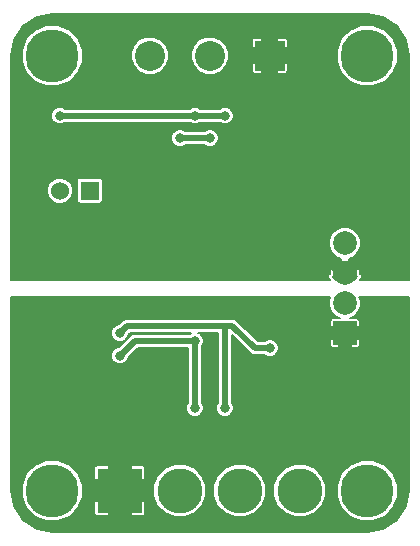
<source format=gbl>
G04 (created by PCBNEW (2013-may-18)-stable) date Tue 02 Jun 2015 08:22:16 PM CEST*
%MOIN*%
G04 Gerber Fmt 3.4, Leading zero omitted, Abs format*
%FSLAX34Y34*%
G01*
G70*
G90*
G04 APERTURE LIST*
%ADD10C,0.00590551*%
%ADD11R,0.06X0.06*%
%ADD12C,0.06*%
%ADD13C,0.15*%
%ADD14R,0.15X0.15*%
%ADD15R,0.1X0.1*%
%ADD16C,0.1*%
%ADD17C,0.177165*%
%ADD18R,0.0787402X0.0787402*%
%ADD19C,0.0787402*%
%ADD20C,0.0314961*%
%ADD21C,0.019685*%
%ADD22C,0.00669291*%
G04 APERTURE END LIST*
G54D10*
G54D11*
X12000Y-17500D03*
G54D12*
X11000Y-17500D03*
G54D13*
X15000Y-27500D03*
X17000Y-27500D03*
G54D14*
X13000Y-27500D03*
G54D13*
X19000Y-27500D03*
G54D15*
X18000Y-13000D03*
G54D16*
X16000Y-13000D03*
X14000Y-13000D03*
G54D17*
X21250Y-27500D03*
X10750Y-27500D03*
X21250Y-13000D03*
X10750Y-13000D03*
G54D18*
X20500Y-22250D03*
G54D19*
X20500Y-21250D03*
X20500Y-20250D03*
X20500Y-19250D03*
G54D20*
X11000Y-15000D03*
X15500Y-15000D03*
X16500Y-15000D03*
X16000Y-15750D03*
X15000Y-15750D03*
X18000Y-22750D03*
X13000Y-22250D03*
X16500Y-24750D03*
X13000Y-23000D03*
X15500Y-22500D03*
X15500Y-24750D03*
G54D21*
X15500Y-15000D02*
X11000Y-15000D01*
X16500Y-15000D02*
X15500Y-15000D01*
X15000Y-15750D02*
X16000Y-15750D01*
X16750Y-22000D02*
X17500Y-22750D01*
X16500Y-22000D02*
X16750Y-22000D01*
X18000Y-22750D02*
X17500Y-22750D01*
X13250Y-22000D02*
X16500Y-22000D01*
X13000Y-22250D02*
X13250Y-22000D01*
X16500Y-22000D02*
X16500Y-24750D01*
X13500Y-22500D02*
X13000Y-23000D01*
X15500Y-22500D02*
X13500Y-22500D01*
X15500Y-22500D02*
X15500Y-24750D01*
X15500Y-24750D02*
X15500Y-24750D01*
G54D10*
G36*
X22629Y-20466D02*
X22269Y-20466D01*
X22269Y-12798D01*
X22114Y-12423D01*
X21828Y-12136D01*
X21453Y-11980D01*
X21048Y-11980D01*
X20673Y-12135D01*
X20386Y-12421D01*
X20230Y-12796D01*
X20230Y-13201D01*
X20385Y-13576D01*
X20671Y-13863D01*
X21046Y-14019D01*
X21451Y-14019D01*
X21826Y-13864D01*
X22113Y-13578D01*
X22269Y-13203D01*
X22269Y-12798D01*
X22269Y-20466D01*
X21027Y-20466D01*
X20996Y-20466D01*
X20994Y-20466D01*
X20996Y-20464D01*
X21027Y-20434D01*
X21110Y-20351D01*
X21027Y-20267D01*
X21027Y-19145D01*
X20947Y-18951D01*
X20799Y-18803D01*
X20605Y-18722D01*
X20395Y-18722D01*
X20201Y-18802D01*
X20053Y-18950D01*
X19972Y-19144D01*
X19972Y-19354D01*
X20052Y-19548D01*
X20200Y-19696D01*
X20374Y-19768D01*
X20330Y-19802D01*
X20500Y-19971D01*
X20669Y-19802D01*
X20625Y-19768D01*
X20798Y-19697D01*
X20946Y-19549D01*
X21027Y-19355D01*
X21027Y-19145D01*
X21027Y-20267D01*
X21015Y-20255D01*
X20996Y-20273D01*
X20993Y-20277D01*
X20996Y-20166D01*
X20990Y-20136D01*
X20947Y-20080D01*
X20778Y-20250D01*
X20899Y-20371D01*
X20804Y-20466D01*
X20221Y-20466D01*
X20195Y-20466D01*
X20100Y-20371D01*
X20221Y-20250D01*
X20052Y-20080D01*
X20009Y-20136D01*
X20004Y-20275D01*
X19984Y-20255D01*
X19889Y-20351D01*
X20005Y-20466D01*
X18600Y-20466D01*
X18600Y-13480D01*
X18600Y-12519D01*
X18600Y-12479D01*
X18585Y-12443D01*
X18556Y-12414D01*
X18519Y-12399D01*
X18275Y-12399D01*
X18250Y-12424D01*
X18250Y-12750D01*
X18575Y-12750D01*
X18600Y-12724D01*
X18600Y-12519D01*
X18600Y-13480D01*
X18600Y-13275D01*
X18575Y-13250D01*
X18250Y-13250D01*
X18250Y-13575D01*
X18275Y-13600D01*
X18519Y-13600D01*
X18556Y-13585D01*
X18585Y-13556D01*
X18600Y-13520D01*
X18600Y-13480D01*
X18600Y-20466D01*
X17750Y-20466D01*
X17750Y-13575D01*
X17750Y-13250D01*
X17750Y-12750D01*
X17750Y-12424D01*
X17724Y-12399D01*
X17480Y-12399D01*
X17443Y-12414D01*
X17414Y-12443D01*
X17399Y-12479D01*
X17399Y-12519D01*
X17399Y-12724D01*
X17424Y-12750D01*
X17750Y-12750D01*
X17750Y-13250D01*
X17424Y-13250D01*
X17399Y-13275D01*
X17399Y-13480D01*
X17399Y-13520D01*
X17414Y-13556D01*
X17443Y-13585D01*
X17480Y-13600D01*
X17724Y-13600D01*
X17750Y-13575D01*
X17750Y-20466D01*
X16790Y-20466D01*
X16790Y-14942D01*
X16746Y-14835D01*
X16665Y-14753D01*
X16633Y-14740D01*
X16633Y-12874D01*
X16537Y-12641D01*
X16359Y-12463D01*
X16126Y-12366D01*
X15874Y-12366D01*
X15641Y-12462D01*
X15463Y-12640D01*
X15366Y-12873D01*
X15366Y-13125D01*
X15462Y-13358D01*
X15640Y-13536D01*
X15873Y-13633D01*
X16125Y-13633D01*
X16358Y-13537D01*
X16536Y-13359D01*
X16633Y-13126D01*
X16633Y-12874D01*
X16633Y-14740D01*
X16558Y-14709D01*
X16442Y-14709D01*
X16335Y-14753D01*
X16320Y-14768D01*
X15679Y-14768D01*
X15665Y-14753D01*
X15558Y-14709D01*
X15442Y-14709D01*
X15335Y-14753D01*
X15320Y-14768D01*
X14633Y-14768D01*
X14633Y-12874D01*
X14537Y-12641D01*
X14359Y-12463D01*
X14126Y-12366D01*
X13874Y-12366D01*
X13641Y-12462D01*
X13463Y-12640D01*
X13366Y-12873D01*
X13366Y-13125D01*
X13462Y-13358D01*
X13640Y-13536D01*
X13873Y-13633D01*
X14125Y-13633D01*
X14358Y-13537D01*
X14536Y-13359D01*
X14633Y-13126D01*
X14633Y-12874D01*
X14633Y-14768D01*
X11769Y-14768D01*
X11769Y-12798D01*
X11614Y-12423D01*
X11328Y-12136D01*
X10953Y-11980D01*
X10548Y-11980D01*
X10173Y-12135D01*
X9886Y-12421D01*
X9730Y-12796D01*
X9730Y-13201D01*
X9885Y-13576D01*
X10171Y-13863D01*
X10546Y-14019D01*
X10951Y-14019D01*
X11326Y-13864D01*
X11613Y-13578D01*
X11769Y-13203D01*
X11769Y-12798D01*
X11769Y-14768D01*
X11179Y-14768D01*
X11165Y-14753D01*
X11058Y-14709D01*
X10942Y-14709D01*
X10835Y-14753D01*
X10753Y-14834D01*
X10709Y-14941D01*
X10709Y-15057D01*
X10753Y-15164D01*
X10834Y-15246D01*
X10941Y-15290D01*
X11057Y-15290D01*
X11164Y-15246D01*
X11179Y-15231D01*
X15320Y-15231D01*
X15334Y-15246D01*
X15441Y-15290D01*
X15557Y-15290D01*
X15664Y-15246D01*
X15679Y-15231D01*
X16320Y-15231D01*
X16334Y-15246D01*
X16441Y-15290D01*
X16557Y-15290D01*
X16664Y-15246D01*
X16746Y-15165D01*
X16790Y-15058D01*
X16790Y-14942D01*
X16790Y-20466D01*
X16290Y-20466D01*
X16290Y-15692D01*
X16246Y-15585D01*
X16165Y-15503D01*
X16058Y-15459D01*
X15942Y-15459D01*
X15835Y-15503D01*
X15820Y-15518D01*
X15179Y-15518D01*
X15165Y-15503D01*
X15058Y-15459D01*
X14942Y-15459D01*
X14835Y-15503D01*
X14753Y-15584D01*
X14709Y-15691D01*
X14709Y-15807D01*
X14753Y-15914D01*
X14834Y-15996D01*
X14941Y-16040D01*
X15057Y-16040D01*
X15164Y-15996D01*
X15179Y-15981D01*
X15820Y-15981D01*
X15834Y-15996D01*
X15941Y-16040D01*
X16057Y-16040D01*
X16164Y-15996D01*
X16246Y-15915D01*
X16290Y-15808D01*
X16290Y-15692D01*
X16290Y-20466D01*
X12433Y-20466D01*
X12433Y-17773D01*
X12433Y-17173D01*
X12413Y-17124D01*
X12375Y-17086D01*
X12326Y-17066D01*
X12273Y-17066D01*
X11673Y-17066D01*
X11624Y-17086D01*
X11586Y-17124D01*
X11566Y-17173D01*
X11566Y-17226D01*
X11566Y-17826D01*
X11586Y-17875D01*
X11624Y-17913D01*
X11673Y-17933D01*
X11726Y-17933D01*
X12326Y-17933D01*
X12375Y-17913D01*
X12413Y-17875D01*
X12433Y-17826D01*
X12433Y-17773D01*
X12433Y-20466D01*
X11433Y-20466D01*
X11433Y-17414D01*
X11367Y-17254D01*
X11245Y-17132D01*
X11086Y-17066D01*
X10914Y-17066D01*
X10754Y-17132D01*
X10632Y-17254D01*
X10566Y-17413D01*
X10566Y-17585D01*
X10632Y-17745D01*
X10754Y-17867D01*
X10913Y-17933D01*
X11085Y-17933D01*
X11245Y-17867D01*
X11367Y-17745D01*
X11433Y-17586D01*
X11433Y-17414D01*
X11433Y-20466D01*
X9370Y-20466D01*
X9370Y-13011D01*
X9476Y-12473D01*
X9774Y-12026D01*
X10224Y-11727D01*
X10764Y-11620D01*
X21238Y-11620D01*
X21776Y-11726D01*
X22223Y-12024D01*
X22522Y-12474D01*
X22629Y-13014D01*
X22629Y-20466D01*
X22629Y-20466D01*
G37*
G54D22*
X22629Y-20466D02*
X22269Y-20466D01*
X22269Y-12798D01*
X22114Y-12423D01*
X21828Y-12136D01*
X21453Y-11980D01*
X21048Y-11980D01*
X20673Y-12135D01*
X20386Y-12421D01*
X20230Y-12796D01*
X20230Y-13201D01*
X20385Y-13576D01*
X20671Y-13863D01*
X21046Y-14019D01*
X21451Y-14019D01*
X21826Y-13864D01*
X22113Y-13578D01*
X22269Y-13203D01*
X22269Y-12798D01*
X22269Y-20466D01*
X21027Y-20466D01*
X20996Y-20466D01*
X20994Y-20466D01*
X20996Y-20464D01*
X21027Y-20434D01*
X21110Y-20351D01*
X21027Y-20267D01*
X21027Y-19145D01*
X20947Y-18951D01*
X20799Y-18803D01*
X20605Y-18722D01*
X20395Y-18722D01*
X20201Y-18802D01*
X20053Y-18950D01*
X19972Y-19144D01*
X19972Y-19354D01*
X20052Y-19548D01*
X20200Y-19696D01*
X20374Y-19768D01*
X20330Y-19802D01*
X20500Y-19971D01*
X20669Y-19802D01*
X20625Y-19768D01*
X20798Y-19697D01*
X20946Y-19549D01*
X21027Y-19355D01*
X21027Y-19145D01*
X21027Y-20267D01*
X21015Y-20255D01*
X20996Y-20273D01*
X20993Y-20277D01*
X20996Y-20166D01*
X20990Y-20136D01*
X20947Y-20080D01*
X20778Y-20250D01*
X20899Y-20371D01*
X20804Y-20466D01*
X20221Y-20466D01*
X20195Y-20466D01*
X20100Y-20371D01*
X20221Y-20250D01*
X20052Y-20080D01*
X20009Y-20136D01*
X20004Y-20275D01*
X19984Y-20255D01*
X19889Y-20351D01*
X20005Y-20466D01*
X18600Y-20466D01*
X18600Y-13480D01*
X18600Y-12519D01*
X18600Y-12479D01*
X18585Y-12443D01*
X18556Y-12414D01*
X18519Y-12399D01*
X18275Y-12399D01*
X18250Y-12424D01*
X18250Y-12750D01*
X18575Y-12750D01*
X18600Y-12724D01*
X18600Y-12519D01*
X18600Y-13480D01*
X18600Y-13275D01*
X18575Y-13250D01*
X18250Y-13250D01*
X18250Y-13575D01*
X18275Y-13600D01*
X18519Y-13600D01*
X18556Y-13585D01*
X18585Y-13556D01*
X18600Y-13520D01*
X18600Y-13480D01*
X18600Y-20466D01*
X17750Y-20466D01*
X17750Y-13575D01*
X17750Y-13250D01*
X17750Y-12750D01*
X17750Y-12424D01*
X17724Y-12399D01*
X17480Y-12399D01*
X17443Y-12414D01*
X17414Y-12443D01*
X17399Y-12479D01*
X17399Y-12519D01*
X17399Y-12724D01*
X17424Y-12750D01*
X17750Y-12750D01*
X17750Y-13250D01*
X17424Y-13250D01*
X17399Y-13275D01*
X17399Y-13480D01*
X17399Y-13520D01*
X17414Y-13556D01*
X17443Y-13585D01*
X17480Y-13600D01*
X17724Y-13600D01*
X17750Y-13575D01*
X17750Y-20466D01*
X16790Y-20466D01*
X16790Y-14942D01*
X16746Y-14835D01*
X16665Y-14753D01*
X16633Y-14740D01*
X16633Y-12874D01*
X16537Y-12641D01*
X16359Y-12463D01*
X16126Y-12366D01*
X15874Y-12366D01*
X15641Y-12462D01*
X15463Y-12640D01*
X15366Y-12873D01*
X15366Y-13125D01*
X15462Y-13358D01*
X15640Y-13536D01*
X15873Y-13633D01*
X16125Y-13633D01*
X16358Y-13537D01*
X16536Y-13359D01*
X16633Y-13126D01*
X16633Y-12874D01*
X16633Y-14740D01*
X16558Y-14709D01*
X16442Y-14709D01*
X16335Y-14753D01*
X16320Y-14768D01*
X15679Y-14768D01*
X15665Y-14753D01*
X15558Y-14709D01*
X15442Y-14709D01*
X15335Y-14753D01*
X15320Y-14768D01*
X14633Y-14768D01*
X14633Y-12874D01*
X14537Y-12641D01*
X14359Y-12463D01*
X14126Y-12366D01*
X13874Y-12366D01*
X13641Y-12462D01*
X13463Y-12640D01*
X13366Y-12873D01*
X13366Y-13125D01*
X13462Y-13358D01*
X13640Y-13536D01*
X13873Y-13633D01*
X14125Y-13633D01*
X14358Y-13537D01*
X14536Y-13359D01*
X14633Y-13126D01*
X14633Y-12874D01*
X14633Y-14768D01*
X11769Y-14768D01*
X11769Y-12798D01*
X11614Y-12423D01*
X11328Y-12136D01*
X10953Y-11980D01*
X10548Y-11980D01*
X10173Y-12135D01*
X9886Y-12421D01*
X9730Y-12796D01*
X9730Y-13201D01*
X9885Y-13576D01*
X10171Y-13863D01*
X10546Y-14019D01*
X10951Y-14019D01*
X11326Y-13864D01*
X11613Y-13578D01*
X11769Y-13203D01*
X11769Y-12798D01*
X11769Y-14768D01*
X11179Y-14768D01*
X11165Y-14753D01*
X11058Y-14709D01*
X10942Y-14709D01*
X10835Y-14753D01*
X10753Y-14834D01*
X10709Y-14941D01*
X10709Y-15057D01*
X10753Y-15164D01*
X10834Y-15246D01*
X10941Y-15290D01*
X11057Y-15290D01*
X11164Y-15246D01*
X11179Y-15231D01*
X15320Y-15231D01*
X15334Y-15246D01*
X15441Y-15290D01*
X15557Y-15290D01*
X15664Y-15246D01*
X15679Y-15231D01*
X16320Y-15231D01*
X16334Y-15246D01*
X16441Y-15290D01*
X16557Y-15290D01*
X16664Y-15246D01*
X16746Y-15165D01*
X16790Y-15058D01*
X16790Y-14942D01*
X16790Y-20466D01*
X16290Y-20466D01*
X16290Y-15692D01*
X16246Y-15585D01*
X16165Y-15503D01*
X16058Y-15459D01*
X15942Y-15459D01*
X15835Y-15503D01*
X15820Y-15518D01*
X15179Y-15518D01*
X15165Y-15503D01*
X15058Y-15459D01*
X14942Y-15459D01*
X14835Y-15503D01*
X14753Y-15584D01*
X14709Y-15691D01*
X14709Y-15807D01*
X14753Y-15914D01*
X14834Y-15996D01*
X14941Y-16040D01*
X15057Y-16040D01*
X15164Y-15996D01*
X15179Y-15981D01*
X15820Y-15981D01*
X15834Y-15996D01*
X15941Y-16040D01*
X16057Y-16040D01*
X16164Y-15996D01*
X16246Y-15915D01*
X16290Y-15808D01*
X16290Y-15692D01*
X16290Y-20466D01*
X12433Y-20466D01*
X12433Y-17773D01*
X12433Y-17173D01*
X12413Y-17124D01*
X12375Y-17086D01*
X12326Y-17066D01*
X12273Y-17066D01*
X11673Y-17066D01*
X11624Y-17086D01*
X11586Y-17124D01*
X11566Y-17173D01*
X11566Y-17226D01*
X11566Y-17826D01*
X11586Y-17875D01*
X11624Y-17913D01*
X11673Y-17933D01*
X11726Y-17933D01*
X12326Y-17933D01*
X12375Y-17913D01*
X12413Y-17875D01*
X12433Y-17826D01*
X12433Y-17773D01*
X12433Y-20466D01*
X11433Y-20466D01*
X11433Y-17414D01*
X11367Y-17254D01*
X11245Y-17132D01*
X11086Y-17066D01*
X10914Y-17066D01*
X10754Y-17132D01*
X10632Y-17254D01*
X10566Y-17413D01*
X10566Y-17585D01*
X10632Y-17745D01*
X10754Y-17867D01*
X10913Y-17933D01*
X11085Y-17933D01*
X11245Y-17867D01*
X11367Y-17745D01*
X11433Y-17586D01*
X11433Y-17414D01*
X11433Y-20466D01*
X9370Y-20466D01*
X9370Y-13011D01*
X9476Y-12473D01*
X9774Y-12026D01*
X10224Y-11727D01*
X10764Y-11620D01*
X21238Y-11620D01*
X21776Y-11726D01*
X22223Y-12024D01*
X22522Y-12474D01*
X22629Y-13014D01*
X22629Y-20466D01*
G54D10*
G36*
X22629Y-27485D02*
X22522Y-28025D01*
X22269Y-28406D01*
X22269Y-27298D01*
X22114Y-26923D01*
X21828Y-26636D01*
X21453Y-26480D01*
X21048Y-26480D01*
X20994Y-26502D01*
X20994Y-22663D01*
X20994Y-22471D01*
X20968Y-22446D01*
X20696Y-22446D01*
X20696Y-22718D01*
X20721Y-22744D01*
X20873Y-22744D01*
X20913Y-22744D01*
X20950Y-22728D01*
X20978Y-22700D01*
X20994Y-22663D01*
X20994Y-26502D01*
X20673Y-26635D01*
X20386Y-26921D01*
X20303Y-27122D01*
X20303Y-22718D01*
X20303Y-22446D01*
X20031Y-22446D01*
X20005Y-22471D01*
X20005Y-22663D01*
X20021Y-22700D01*
X20049Y-22728D01*
X20086Y-22744D01*
X20126Y-22744D01*
X20278Y-22744D01*
X20303Y-22718D01*
X20303Y-27122D01*
X20230Y-27296D01*
X20230Y-27701D01*
X20385Y-28076D01*
X20671Y-28363D01*
X21046Y-28519D01*
X21451Y-28519D01*
X21826Y-28364D01*
X22113Y-28078D01*
X22269Y-27703D01*
X22269Y-27298D01*
X22269Y-28406D01*
X22223Y-28475D01*
X21776Y-28773D01*
X21238Y-28879D01*
X19883Y-28879D01*
X19883Y-27325D01*
X19749Y-27000D01*
X19501Y-26751D01*
X19176Y-26616D01*
X18825Y-26616D01*
X18500Y-26750D01*
X18290Y-26959D01*
X18290Y-22692D01*
X18246Y-22585D01*
X18165Y-22503D01*
X18058Y-22459D01*
X17942Y-22459D01*
X17835Y-22503D01*
X17820Y-22518D01*
X17596Y-22518D01*
X16913Y-21836D01*
X16838Y-21785D01*
X16750Y-21768D01*
X16500Y-21768D01*
X13250Y-21768D01*
X13161Y-21785D01*
X13086Y-21836D01*
X13086Y-21836D01*
X12963Y-21959D01*
X12942Y-21959D01*
X12835Y-22003D01*
X12753Y-22084D01*
X12709Y-22191D01*
X12709Y-22307D01*
X12753Y-22414D01*
X12834Y-22496D01*
X12941Y-22540D01*
X13057Y-22540D01*
X13164Y-22496D01*
X13246Y-22415D01*
X13290Y-22308D01*
X13290Y-22287D01*
X13346Y-22231D01*
X15386Y-22231D01*
X15335Y-22253D01*
X15320Y-22268D01*
X13500Y-22268D01*
X13411Y-22285D01*
X13336Y-22336D01*
X12963Y-22709D01*
X12942Y-22709D01*
X12835Y-22753D01*
X12753Y-22834D01*
X12709Y-22941D01*
X12709Y-23057D01*
X12753Y-23164D01*
X12834Y-23246D01*
X12941Y-23290D01*
X13057Y-23290D01*
X13164Y-23246D01*
X13246Y-23165D01*
X13290Y-23058D01*
X13290Y-23037D01*
X13596Y-22731D01*
X15268Y-22731D01*
X15268Y-24570D01*
X15253Y-24584D01*
X15209Y-24691D01*
X15209Y-24807D01*
X15253Y-24914D01*
X15334Y-24996D01*
X15441Y-25040D01*
X15557Y-25040D01*
X15664Y-24996D01*
X15746Y-24915D01*
X15790Y-24808D01*
X15790Y-24692D01*
X15746Y-24585D01*
X15731Y-24570D01*
X15731Y-22679D01*
X15746Y-22665D01*
X15790Y-22558D01*
X15790Y-22442D01*
X15746Y-22335D01*
X15665Y-22253D01*
X15612Y-22231D01*
X16268Y-22231D01*
X16268Y-24570D01*
X16253Y-24584D01*
X16209Y-24691D01*
X16209Y-24807D01*
X16253Y-24914D01*
X16334Y-24996D01*
X16441Y-25040D01*
X16557Y-25040D01*
X16664Y-24996D01*
X16746Y-24915D01*
X16790Y-24808D01*
X16790Y-24692D01*
X16746Y-24585D01*
X16731Y-24570D01*
X16731Y-22309D01*
X17336Y-22913D01*
X17336Y-22913D01*
X17411Y-22964D01*
X17499Y-22981D01*
X17499Y-22981D01*
X17500Y-22981D01*
X17820Y-22981D01*
X17834Y-22996D01*
X17941Y-23040D01*
X18057Y-23040D01*
X18164Y-22996D01*
X18246Y-22915D01*
X18290Y-22808D01*
X18290Y-22692D01*
X18290Y-26959D01*
X18251Y-26998D01*
X18116Y-27323D01*
X18116Y-27674D01*
X18250Y-27999D01*
X18498Y-28248D01*
X18823Y-28383D01*
X19174Y-28383D01*
X19499Y-28249D01*
X19748Y-28001D01*
X19883Y-27676D01*
X19883Y-27325D01*
X19883Y-28879D01*
X17883Y-28879D01*
X17883Y-27325D01*
X17749Y-27000D01*
X17501Y-26751D01*
X17176Y-26616D01*
X16825Y-26616D01*
X16500Y-26750D01*
X16251Y-26998D01*
X16116Y-27323D01*
X16116Y-27674D01*
X16250Y-27999D01*
X16498Y-28248D01*
X16823Y-28383D01*
X17174Y-28383D01*
X17499Y-28249D01*
X17748Y-28001D01*
X17883Y-27676D01*
X17883Y-27325D01*
X17883Y-28879D01*
X15883Y-28879D01*
X15883Y-27325D01*
X15749Y-27000D01*
X15501Y-26751D01*
X15176Y-26616D01*
X14825Y-26616D01*
X14500Y-26750D01*
X14251Y-26998D01*
X14116Y-27323D01*
X14116Y-27674D01*
X14250Y-27999D01*
X14498Y-28248D01*
X14823Y-28383D01*
X15174Y-28383D01*
X15499Y-28249D01*
X15748Y-28001D01*
X15883Y-27676D01*
X15883Y-27325D01*
X15883Y-28879D01*
X13850Y-28879D01*
X13850Y-28230D01*
X13850Y-26769D01*
X13850Y-26729D01*
X13835Y-26693D01*
X13806Y-26664D01*
X13769Y-26649D01*
X13385Y-26649D01*
X13360Y-26674D01*
X13360Y-27139D01*
X13825Y-27139D01*
X13850Y-27114D01*
X13850Y-26769D01*
X13850Y-28230D01*
X13850Y-27885D01*
X13825Y-27860D01*
X13360Y-27860D01*
X13360Y-28325D01*
X13385Y-28350D01*
X13769Y-28350D01*
X13806Y-28335D01*
X13835Y-28306D01*
X13850Y-28270D01*
X13850Y-28230D01*
X13850Y-28879D01*
X12639Y-28879D01*
X12639Y-28325D01*
X12639Y-27860D01*
X12639Y-27139D01*
X12639Y-26674D01*
X12614Y-26649D01*
X12230Y-26649D01*
X12193Y-26664D01*
X12164Y-26693D01*
X12149Y-26729D01*
X12149Y-26769D01*
X12149Y-27114D01*
X12174Y-27139D01*
X12639Y-27139D01*
X12639Y-27860D01*
X12174Y-27860D01*
X12149Y-27885D01*
X12149Y-28230D01*
X12149Y-28270D01*
X12164Y-28306D01*
X12193Y-28335D01*
X12230Y-28350D01*
X12614Y-28350D01*
X12639Y-28325D01*
X12639Y-28879D01*
X11769Y-28879D01*
X11769Y-27298D01*
X11614Y-26923D01*
X11328Y-26636D01*
X10953Y-26480D01*
X10548Y-26480D01*
X10173Y-26635D01*
X9886Y-26921D01*
X9730Y-27296D01*
X9730Y-27701D01*
X9885Y-28076D01*
X10171Y-28363D01*
X10546Y-28519D01*
X10951Y-28519D01*
X11326Y-28364D01*
X11613Y-28078D01*
X11769Y-27703D01*
X11769Y-27298D01*
X11769Y-28879D01*
X10764Y-28879D01*
X10224Y-28772D01*
X9774Y-28473D01*
X9476Y-28026D01*
X9370Y-27488D01*
X9370Y-21033D01*
X20019Y-21033D01*
X19972Y-21144D01*
X19972Y-21354D01*
X20052Y-21548D01*
X20200Y-21696D01*
X20343Y-21755D01*
X20278Y-21755D01*
X20126Y-21755D01*
X20086Y-21755D01*
X20049Y-21771D01*
X20021Y-21799D01*
X20005Y-21836D01*
X20005Y-22028D01*
X20031Y-22053D01*
X20303Y-22053D01*
X20303Y-21881D01*
X20696Y-21881D01*
X20696Y-22053D01*
X20968Y-22053D01*
X20994Y-22028D01*
X20994Y-21836D01*
X20978Y-21799D01*
X20950Y-21771D01*
X20913Y-21755D01*
X20873Y-21755D01*
X20721Y-21755D01*
X20656Y-21755D01*
X20798Y-21697D01*
X20946Y-21549D01*
X21027Y-21355D01*
X21027Y-21145D01*
X20980Y-21033D01*
X22629Y-21033D01*
X22629Y-27485D01*
X22629Y-27485D01*
G37*
G54D22*
X22629Y-27485D02*
X22522Y-28025D01*
X22269Y-28406D01*
X22269Y-27298D01*
X22114Y-26923D01*
X21828Y-26636D01*
X21453Y-26480D01*
X21048Y-26480D01*
X20994Y-26502D01*
X20994Y-22663D01*
X20994Y-22471D01*
X20968Y-22446D01*
X20696Y-22446D01*
X20696Y-22718D01*
X20721Y-22744D01*
X20873Y-22744D01*
X20913Y-22744D01*
X20950Y-22728D01*
X20978Y-22700D01*
X20994Y-22663D01*
X20994Y-26502D01*
X20673Y-26635D01*
X20386Y-26921D01*
X20303Y-27122D01*
X20303Y-22718D01*
X20303Y-22446D01*
X20031Y-22446D01*
X20005Y-22471D01*
X20005Y-22663D01*
X20021Y-22700D01*
X20049Y-22728D01*
X20086Y-22744D01*
X20126Y-22744D01*
X20278Y-22744D01*
X20303Y-22718D01*
X20303Y-27122D01*
X20230Y-27296D01*
X20230Y-27701D01*
X20385Y-28076D01*
X20671Y-28363D01*
X21046Y-28519D01*
X21451Y-28519D01*
X21826Y-28364D01*
X22113Y-28078D01*
X22269Y-27703D01*
X22269Y-27298D01*
X22269Y-28406D01*
X22223Y-28475D01*
X21776Y-28773D01*
X21238Y-28879D01*
X19883Y-28879D01*
X19883Y-27325D01*
X19749Y-27000D01*
X19501Y-26751D01*
X19176Y-26616D01*
X18825Y-26616D01*
X18500Y-26750D01*
X18290Y-26959D01*
X18290Y-22692D01*
X18246Y-22585D01*
X18165Y-22503D01*
X18058Y-22459D01*
X17942Y-22459D01*
X17835Y-22503D01*
X17820Y-22518D01*
X17596Y-22518D01*
X16913Y-21836D01*
X16838Y-21785D01*
X16750Y-21768D01*
X16500Y-21768D01*
X13250Y-21768D01*
X13161Y-21785D01*
X13086Y-21836D01*
X13086Y-21836D01*
X12963Y-21959D01*
X12942Y-21959D01*
X12835Y-22003D01*
X12753Y-22084D01*
X12709Y-22191D01*
X12709Y-22307D01*
X12753Y-22414D01*
X12834Y-22496D01*
X12941Y-22540D01*
X13057Y-22540D01*
X13164Y-22496D01*
X13246Y-22415D01*
X13290Y-22308D01*
X13290Y-22287D01*
X13346Y-22231D01*
X15386Y-22231D01*
X15335Y-22253D01*
X15320Y-22268D01*
X13500Y-22268D01*
X13411Y-22285D01*
X13336Y-22336D01*
X12963Y-22709D01*
X12942Y-22709D01*
X12835Y-22753D01*
X12753Y-22834D01*
X12709Y-22941D01*
X12709Y-23057D01*
X12753Y-23164D01*
X12834Y-23246D01*
X12941Y-23290D01*
X13057Y-23290D01*
X13164Y-23246D01*
X13246Y-23165D01*
X13290Y-23058D01*
X13290Y-23037D01*
X13596Y-22731D01*
X15268Y-22731D01*
X15268Y-24570D01*
X15253Y-24584D01*
X15209Y-24691D01*
X15209Y-24807D01*
X15253Y-24914D01*
X15334Y-24996D01*
X15441Y-25040D01*
X15557Y-25040D01*
X15664Y-24996D01*
X15746Y-24915D01*
X15790Y-24808D01*
X15790Y-24692D01*
X15746Y-24585D01*
X15731Y-24570D01*
X15731Y-22679D01*
X15746Y-22665D01*
X15790Y-22558D01*
X15790Y-22442D01*
X15746Y-22335D01*
X15665Y-22253D01*
X15612Y-22231D01*
X16268Y-22231D01*
X16268Y-24570D01*
X16253Y-24584D01*
X16209Y-24691D01*
X16209Y-24807D01*
X16253Y-24914D01*
X16334Y-24996D01*
X16441Y-25040D01*
X16557Y-25040D01*
X16664Y-24996D01*
X16746Y-24915D01*
X16790Y-24808D01*
X16790Y-24692D01*
X16746Y-24585D01*
X16731Y-24570D01*
X16731Y-22309D01*
X17336Y-22913D01*
X17336Y-22913D01*
X17411Y-22964D01*
X17499Y-22981D01*
X17499Y-22981D01*
X17500Y-22981D01*
X17820Y-22981D01*
X17834Y-22996D01*
X17941Y-23040D01*
X18057Y-23040D01*
X18164Y-22996D01*
X18246Y-22915D01*
X18290Y-22808D01*
X18290Y-22692D01*
X18290Y-26959D01*
X18251Y-26998D01*
X18116Y-27323D01*
X18116Y-27674D01*
X18250Y-27999D01*
X18498Y-28248D01*
X18823Y-28383D01*
X19174Y-28383D01*
X19499Y-28249D01*
X19748Y-28001D01*
X19883Y-27676D01*
X19883Y-27325D01*
X19883Y-28879D01*
X17883Y-28879D01*
X17883Y-27325D01*
X17749Y-27000D01*
X17501Y-26751D01*
X17176Y-26616D01*
X16825Y-26616D01*
X16500Y-26750D01*
X16251Y-26998D01*
X16116Y-27323D01*
X16116Y-27674D01*
X16250Y-27999D01*
X16498Y-28248D01*
X16823Y-28383D01*
X17174Y-28383D01*
X17499Y-28249D01*
X17748Y-28001D01*
X17883Y-27676D01*
X17883Y-27325D01*
X17883Y-28879D01*
X15883Y-28879D01*
X15883Y-27325D01*
X15749Y-27000D01*
X15501Y-26751D01*
X15176Y-26616D01*
X14825Y-26616D01*
X14500Y-26750D01*
X14251Y-26998D01*
X14116Y-27323D01*
X14116Y-27674D01*
X14250Y-27999D01*
X14498Y-28248D01*
X14823Y-28383D01*
X15174Y-28383D01*
X15499Y-28249D01*
X15748Y-28001D01*
X15883Y-27676D01*
X15883Y-27325D01*
X15883Y-28879D01*
X13850Y-28879D01*
X13850Y-28230D01*
X13850Y-26769D01*
X13850Y-26729D01*
X13835Y-26693D01*
X13806Y-26664D01*
X13769Y-26649D01*
X13385Y-26649D01*
X13360Y-26674D01*
X13360Y-27139D01*
X13825Y-27139D01*
X13850Y-27114D01*
X13850Y-26769D01*
X13850Y-28230D01*
X13850Y-27885D01*
X13825Y-27860D01*
X13360Y-27860D01*
X13360Y-28325D01*
X13385Y-28350D01*
X13769Y-28350D01*
X13806Y-28335D01*
X13835Y-28306D01*
X13850Y-28270D01*
X13850Y-28230D01*
X13850Y-28879D01*
X12639Y-28879D01*
X12639Y-28325D01*
X12639Y-27860D01*
X12639Y-27139D01*
X12639Y-26674D01*
X12614Y-26649D01*
X12230Y-26649D01*
X12193Y-26664D01*
X12164Y-26693D01*
X12149Y-26729D01*
X12149Y-26769D01*
X12149Y-27114D01*
X12174Y-27139D01*
X12639Y-27139D01*
X12639Y-27860D01*
X12174Y-27860D01*
X12149Y-27885D01*
X12149Y-28230D01*
X12149Y-28270D01*
X12164Y-28306D01*
X12193Y-28335D01*
X12230Y-28350D01*
X12614Y-28350D01*
X12639Y-28325D01*
X12639Y-28879D01*
X11769Y-28879D01*
X11769Y-27298D01*
X11614Y-26923D01*
X11328Y-26636D01*
X10953Y-26480D01*
X10548Y-26480D01*
X10173Y-26635D01*
X9886Y-26921D01*
X9730Y-27296D01*
X9730Y-27701D01*
X9885Y-28076D01*
X10171Y-28363D01*
X10546Y-28519D01*
X10951Y-28519D01*
X11326Y-28364D01*
X11613Y-28078D01*
X11769Y-27703D01*
X11769Y-27298D01*
X11769Y-28879D01*
X10764Y-28879D01*
X10224Y-28772D01*
X9774Y-28473D01*
X9476Y-28026D01*
X9370Y-27488D01*
X9370Y-21033D01*
X20019Y-21033D01*
X19972Y-21144D01*
X19972Y-21354D01*
X20052Y-21548D01*
X20200Y-21696D01*
X20343Y-21755D01*
X20278Y-21755D01*
X20126Y-21755D01*
X20086Y-21755D01*
X20049Y-21771D01*
X20021Y-21799D01*
X20005Y-21836D01*
X20005Y-22028D01*
X20031Y-22053D01*
X20303Y-22053D01*
X20303Y-21881D01*
X20696Y-21881D01*
X20696Y-22053D01*
X20968Y-22053D01*
X20994Y-22028D01*
X20994Y-21836D01*
X20978Y-21799D01*
X20950Y-21771D01*
X20913Y-21755D01*
X20873Y-21755D01*
X20721Y-21755D01*
X20656Y-21755D01*
X20798Y-21697D01*
X20946Y-21549D01*
X21027Y-21355D01*
X21027Y-21145D01*
X20980Y-21033D01*
X22629Y-21033D01*
X22629Y-27485D01*
M02*

</source>
